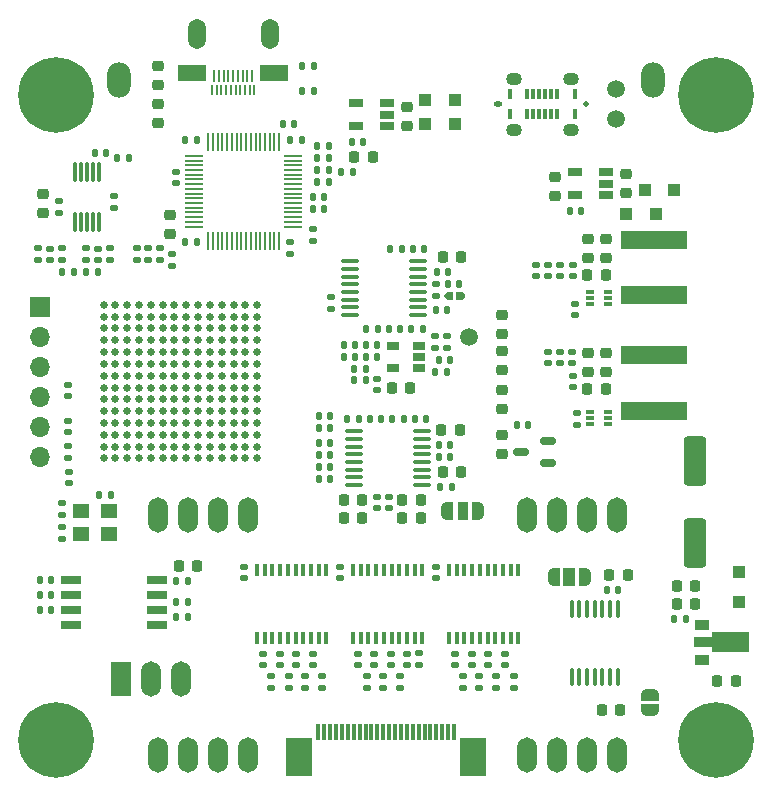
<source format=gbr>
%TF.GenerationSoftware,KiCad,Pcbnew,9.0.6*%
%TF.CreationDate,2025-12-06T17:10:21+01:00*%
%TF.ProjectId,hd_64_v0,68645f36-345f-4763-902e-6b696361645f,0.3*%
%TF.SameCoordinates,PX4737720PY55fe290*%
%TF.FileFunction,Soldermask,Top*%
%TF.FilePolarity,Negative*%
%FSLAX46Y46*%
G04 Gerber Fmt 4.6, Leading zero omitted, Abs format (unit mm)*
G04 Created by KiCad (PCBNEW 9.0.6) date 2025-12-06 17:10:21*
%MOMM*%
%LPD*%
G01*
G04 APERTURE LIST*
G04 Aperture macros list*
%AMRoundRect*
0 Rectangle with rounded corners*
0 $1 Rounding radius*
0 $2 $3 $4 $5 $6 $7 $8 $9 X,Y pos of 4 corners*
0 Add a 4 corners polygon primitive as box body*
4,1,4,$2,$3,$4,$5,$6,$7,$8,$9,$2,$3,0*
0 Add four circle primitives for the rounded corners*
1,1,$1+$1,$2,$3*
1,1,$1+$1,$4,$5*
1,1,$1+$1,$6,$7*
1,1,$1+$1,$8,$9*
0 Add four rect primitives between the rounded corners*
20,1,$1+$1,$2,$3,$4,$5,0*
20,1,$1+$1,$4,$5,$6,$7,0*
20,1,$1+$1,$6,$7,$8,$9,0*
20,1,$1+$1,$8,$9,$2,$3,0*%
%AMOutline5P*
0 Free polygon, 5 corners , with rotation*
0 The origin of the aperture is its center*
0 number of corners: always 5*
0 $1 to $10 corner X, Y*
0 $11 Rotation angle, in degrees counterclockwise*
0 create outline with 5 corners*
4,1,5,$1,$2,$3,$4,$5,$6,$7,$8,$9,$10,$1,$2,$11*%
%AMOutline6P*
0 Free polygon, 6 corners , with rotation*
0 The origin of the aperture is its center*
0 number of corners: always 6*
0 $1 to $12 corner X, Y*
0 $13 Rotation angle, in degrees counterclockwise*
0 create outline with 6 corners*
4,1,6,$1,$2,$3,$4,$5,$6,$7,$8,$9,$10,$11,$12,$1,$2,$13*%
%AMOutline7P*
0 Free polygon, 7 corners , with rotation*
0 The origin of the aperture is its center*
0 number of corners: always 7*
0 $1 to $14 corner X, Y*
0 $15 Rotation angle, in degrees counterclockwise*
0 create outline with 7 corners*
4,1,7,$1,$2,$3,$4,$5,$6,$7,$8,$9,$10,$11,$12,$13,$14,$1,$2,$15*%
%AMOutline8P*
0 Free polygon, 8 corners , with rotation*
0 The origin of the aperture is its center*
0 number of corners: always 8*
0 $1 to $16 corner X, Y*
0 $17 Rotation angle, in degrees counterclockwise*
0 create outline with 8 corners*
4,1,8,$1,$2,$3,$4,$5,$6,$7,$8,$9,$10,$11,$12,$13,$14,$15,$16,$1,$2,$17*%
%AMFreePoly0*
4,1,9,3.862500,-0.866500,0.737500,-0.866500,0.737500,-0.450000,-0.737500,-0.450000,-0.737500,0.450000,0.737500,0.450000,0.737500,0.866500,3.862500,0.866500,3.862500,-0.866500,3.862500,-0.866500,$1*%
%AMFreePoly1*
4,1,23,0.550000,-0.750000,0.000000,-0.750000,0.000000,-0.745722,-0.065263,-0.745722,-0.191342,-0.711940,-0.304381,-0.646677,-0.396677,-0.554381,-0.461940,-0.441342,-0.495722,-0.315263,-0.495722,-0.250000,-0.500000,-0.250000,-0.500000,0.250000,-0.495722,0.250000,-0.495722,0.315263,-0.461940,0.441342,-0.396677,0.554381,-0.304381,0.646677,-0.191342,0.711940,-0.065263,0.745722,0.000000,0.745722,
0.000000,0.750000,0.550000,0.750000,0.550000,-0.750000,0.550000,-0.750000,$1*%
%AMFreePoly2*
4,1,23,0.000000,0.745722,0.065263,0.745722,0.191342,0.711940,0.304381,0.646677,0.396677,0.554381,0.461940,0.441342,0.495722,0.315263,0.495722,0.250000,0.500000,0.250000,0.500000,-0.250000,0.495722,-0.250000,0.495722,-0.315263,0.461940,-0.441342,0.396677,-0.554381,0.304381,-0.646677,0.191342,-0.711940,0.065263,-0.745722,0.000000,-0.745722,0.000000,-0.750000,-0.550000,-0.750000,
-0.550000,0.750000,0.000000,0.750000,0.000000,0.745722,0.000000,0.745722,$1*%
%AMFreePoly3*
4,1,23,0.500000,-0.750000,0.000000,-0.750000,0.000000,-0.745722,-0.065263,-0.745722,-0.191342,-0.711940,-0.304381,-0.646677,-0.396677,-0.554381,-0.461940,-0.441342,-0.495722,-0.315263,-0.495722,-0.250000,-0.500000,-0.250000,-0.500000,0.250000,-0.495722,0.250000,-0.495722,0.315263,-0.461940,0.441342,-0.396677,0.554381,-0.304381,0.646677,-0.191342,0.711940,-0.065263,0.745722,0.000000,0.745722,
0.000000,0.750000,0.500000,0.750000,0.500000,-0.750000,0.500000,-0.750000,$1*%
%AMFreePoly4*
4,1,23,0.000000,0.745722,0.065263,0.745722,0.191342,0.711940,0.304381,0.646677,0.396677,0.554381,0.461940,0.441342,0.495722,0.315263,0.495722,0.250000,0.500000,0.250000,0.500000,-0.250000,0.495722,-0.250000,0.495722,-0.315263,0.461940,-0.441342,0.396677,-0.554381,0.304381,-0.646677,0.191342,-0.711940,0.065263,-0.745722,0.000000,-0.745722,0.000000,-0.750000,-0.500000,-0.750000,
-0.500000,0.750000,0.000000,0.750000,0.000000,0.745722,0.000000,0.745722,$1*%
G04 Aperture macros list end*
%ADD10RoundRect,0.218750X0.256250X-0.218750X0.256250X0.218750X-0.256250X0.218750X-0.256250X-0.218750X0*%
%ADD11RoundRect,0.147500X0.172500X-0.147500X0.172500X0.147500X-0.172500X0.147500X-0.172500X-0.147500X0*%
%ADD12RoundRect,0.147500X-0.172500X0.147500X-0.172500X-0.147500X0.172500X-0.147500X0.172500X0.147500X0*%
%ADD13O,2.000000X3.000000*%
%ADD14C,6.400000*%
%ADD15RoundRect,0.150000X0.512500X0.150000X-0.512500X0.150000X-0.512500X-0.150000X0.512500X-0.150000X0*%
%ADD16RoundRect,0.147500X-0.147500X-0.172500X0.147500X-0.172500X0.147500X0.172500X-0.147500X0.172500X0*%
%ADD17RoundRect,0.218750X0.218750X0.256250X-0.218750X0.256250X-0.218750X-0.256250X0.218750X-0.256250X0*%
%ADD18C,1.500000*%
%ADD19R,0.400000X1.000000*%
%ADD20RoundRect,0.100000X0.637500X0.100000X-0.637500X0.100000X-0.637500X-0.100000X0.637500X-0.100000X0*%
%ADD21RoundRect,0.147500X0.147500X0.172500X-0.147500X0.172500X-0.147500X-0.172500X0.147500X-0.172500X0*%
%ADD22R,1.300000X0.900000*%
%ADD23FreePoly0,0.000000*%
%ADD24RoundRect,0.218750X-0.218750X-0.256250X0.218750X-0.256250X0.218750X0.256250X-0.218750X0.256250X0*%
%ADD25R,2.200000X3.300000*%
%ADD26R,0.300000X1.400000*%
%ADD27RoundRect,0.100000X-0.637500X-0.100000X0.637500X-0.100000X0.637500X0.100000X-0.637500X0.100000X0*%
%ADD28R,1.000000X1.000000*%
%ADD29R,5.700000X1.600000*%
%ADD30RoundRect,0.250000X-0.700000X1.825000X-0.700000X-1.825000X0.700000X-1.825000X0.700000X1.825000X0*%
%ADD31R,1.060000X0.650000*%
%ADD32C,0.508000*%
%ADD33O,0.710000X0.508000*%
%ADD34O,1.346200X1.092200*%
%ADD35R,0.304800X0.863600*%
%ADD36RoundRect,0.218750X-0.256250X0.218750X-0.256250X-0.218750X0.256250X-0.218750X0.256250X0.218750X0*%
%ADD37O,1.700000X3.000000*%
%ADD38R,0.700000X0.340000*%
%ADD39R,1.400000X1.200000*%
%ADD40FreePoly1,0.000000*%
%ADD41R,0.900000X1.500000*%
%ADD42FreePoly2,0.000000*%
%ADD43RoundRect,0.062500X0.687500X0.062500X-0.687500X0.062500X-0.687500X-0.062500X0.687500X-0.062500X0*%
%ADD44RoundRect,0.062500X0.062500X0.687500X-0.062500X0.687500X-0.062500X-0.687500X0.062500X-0.687500X0*%
%ADD45R,1.220000X0.650000*%
%ADD46R,1.700000X0.650000*%
%ADD47C,0.654000*%
%ADD48R,0.230000X0.850000*%
%ADD49R,0.230000X1.000000*%
%ADD50R,2.400000X1.380000*%
%ADD51O,1.500000X2.550000*%
%ADD52RoundRect,0.100000X0.100000X-0.637500X0.100000X0.637500X-0.100000X0.637500X-0.100000X-0.637500X0*%
%ADD53R,1.700000X1.700000*%
%ADD54O,1.700000X1.700000*%
%ADD55RoundRect,0.087500X-0.087500X0.725000X-0.087500X-0.725000X0.087500X-0.725000X0.087500X0.725000X0*%
%ADD56R,1.000000X1.500000*%
%ADD57R,1.700000X3.000000*%
%ADD58Outline6P,-0.381000X0.120000X-0.201000X0.300000X0.381000X0.300000X0.381000X-0.300000X-0.201000X-0.300000X-0.381000X-0.120000X180.000000*%
%ADD59Outline6P,-0.381000X0.300000X0.201000X0.300000X0.381000X0.120000X0.381000X-0.120000X0.201000X-0.300000X-0.381000X-0.300000X180.000000*%
%ADD60FreePoly3,270.000000*%
%ADD61FreePoly4,270.000000*%
G04 APERTURE END LIST*
D10*
X2724000Y48470000D03*
X2724000Y50045002D03*
D11*
X36888500Y37036000D03*
X36888500Y38006000D03*
D12*
X33528000Y11130000D03*
X33528000Y10160000D03*
D11*
X4826000Y27709000D03*
X4826000Y28679000D03*
D12*
X38989000Y11130000D03*
X38989000Y10160000D03*
D13*
X54356000Y59690000D03*
D12*
X30099000Y9225000D03*
X30099000Y8255000D03*
D14*
X59690000Y3810000D03*
D15*
X45460500Y27244000D03*
X45460500Y29144000D03*
X43185500Y28194000D03*
D16*
X2436000Y17399000D03*
X3406000Y17399000D03*
D17*
X29743500Y24130000D03*
X28168500Y24130000D03*
D10*
X52093000Y50139500D03*
X52093000Y51714500D03*
D18*
X51181000Y58928000D03*
D19*
X28952000Y12444000D03*
X29602000Y12444000D03*
X30252000Y12444000D03*
X30902000Y12444000D03*
X31552000Y12444000D03*
X32202000Y12444000D03*
X32852000Y12444000D03*
X33502000Y12444000D03*
X34152000Y12444000D03*
X34802000Y12444000D03*
X34802000Y18244000D03*
X34152000Y18244000D03*
X33502000Y18244000D03*
X32852000Y18244000D03*
X32202000Y18244000D03*
X31552000Y18244000D03*
X30902000Y18244000D03*
X30252000Y18244000D03*
X29602000Y18244000D03*
X28952000Y18244000D03*
D20*
X34739500Y25411000D03*
X34739500Y26061000D03*
X34739500Y26711000D03*
X34739500Y27361000D03*
X34739500Y28011000D03*
X34739500Y28661000D03*
X34739500Y29311000D03*
X34739500Y29961000D03*
X29014500Y29961000D03*
X29014500Y29311000D03*
X29014500Y28661000D03*
X29014500Y28011000D03*
X29014500Y27361000D03*
X29014500Y26711000D03*
X29014500Y26061000D03*
X29014500Y25411000D03*
D12*
X30929500Y24402000D03*
X30929500Y23432000D03*
D21*
X24615000Y54610000D03*
X23645000Y54610000D03*
D22*
X58476500Y13589000D03*
D23*
X58564000Y12089000D03*
D22*
X58476500Y10589000D03*
D12*
X25527000Y11130000D03*
X25527000Y10160000D03*
D21*
X51412000Y16510000D03*
X50442000Y16510000D03*
D12*
X8724000Y49855000D03*
X8724000Y48885000D03*
D21*
X37188000Y27813000D03*
X36218000Y27813000D03*
D24*
X56362500Y16891000D03*
X57937500Y16891000D03*
D12*
X42545000Y9225000D03*
X42545000Y8255000D03*
D24*
X33121500Y22606000D03*
X34696500Y22606000D03*
D16*
X28139000Y36270000D03*
X29109000Y36270000D03*
D25*
X24400000Y2407500D03*
X39100000Y2407500D03*
D26*
X26000000Y4477500D03*
X26500000Y4477500D03*
X27000000Y4477500D03*
X27500000Y4477500D03*
X28000000Y4477500D03*
X28500000Y4477500D03*
X29000000Y4477500D03*
X29500000Y4477500D03*
X30000000Y4477500D03*
X30500000Y4477500D03*
X31000000Y4477500D03*
X31500000Y4477500D03*
X32000000Y4477500D03*
X32500000Y4477500D03*
X33000000Y4477500D03*
X33500000Y4477500D03*
X34000000Y4477500D03*
X34500000Y4477500D03*
X35000000Y4477500D03*
X35500000Y4477500D03*
X36000000Y4477500D03*
X36500000Y4477500D03*
X37000000Y4477500D03*
X37500000Y4477500D03*
D12*
X30734000Y11130000D03*
X30734000Y10160000D03*
D21*
X27028000Y28956000D03*
X26058000Y28956000D03*
D27*
X28692000Y44368000D03*
X28692000Y43718000D03*
X28692000Y43068000D03*
X28692000Y42418000D03*
X28692000Y41768000D03*
X28692000Y41118000D03*
X28692000Y40468000D03*
X28692000Y39818000D03*
X34417000Y39818000D03*
X34417000Y40468000D03*
X34417000Y41118000D03*
X34417000Y41768000D03*
X34417000Y42418000D03*
X34417000Y43068000D03*
X34417000Y43718000D03*
X34417000Y44368000D03*
D12*
X7386000Y45429000D03*
X7386000Y44459000D03*
D28*
X61595000Y18014000D03*
X61595000Y15514000D03*
D29*
X54399000Y41465000D03*
X54399000Y46165000D03*
D21*
X26520000Y48768000D03*
X25550000Y48768000D03*
X34833500Y38664000D03*
X33863500Y38664000D03*
D24*
X28168500Y22606000D03*
X29743500Y22606000D03*
D16*
X29039000Y34270000D03*
X30009000Y34270000D03*
D21*
X29822000Y54483000D03*
X28852000Y54483000D03*
D12*
X29337000Y11130000D03*
X29337000Y10160000D03*
D30*
X57872500Y27478000D03*
X57872500Y20528000D03*
D10*
X41529000Y35153500D03*
X41529000Y36728500D03*
D16*
X23010000Y56007000D03*
X23980000Y56007000D03*
D24*
X36423500Y30099000D03*
X37998500Y30099000D03*
D28*
X53657000Y50419000D03*
X56157000Y50419000D03*
D21*
X36934000Y40259000D03*
X35964000Y40259000D03*
D31*
X34559500Y35301000D03*
X34559500Y36251000D03*
X34559500Y37201000D03*
X32359500Y37201000D03*
X32359500Y35301000D03*
D17*
X38125500Y44760000D03*
X36550500Y44760000D03*
D12*
X23624000Y45955000D03*
X23624000Y44985000D03*
D16*
X26058000Y26924000D03*
X27028000Y26924000D03*
D11*
X19685000Y17526000D03*
X19685000Y18496000D03*
D32*
X48708000Y57658000D03*
D33*
X41208000Y57658000D03*
D34*
X47358000Y55507999D03*
X42558000Y55507999D03*
X47358000Y59808001D03*
X42558000Y59808001D03*
D35*
X47708000Y56793000D03*
X46208000Y56793000D03*
X45708001Y56793000D03*
X45208000Y56793000D03*
X44708000Y56793000D03*
X44207999Y56793000D03*
X43708000Y56793000D03*
X42208000Y56793000D03*
X42208000Y58523000D03*
X43708000Y58523000D03*
X44207999Y58523000D03*
X44708000Y58523000D03*
X45208000Y58523000D03*
X45708001Y58523000D03*
X46208000Y58523000D03*
X47708000Y58523000D03*
D21*
X5311000Y43434000D03*
X4341000Y43434000D03*
D11*
X47541000Y43076000D03*
X47541000Y44046000D03*
D21*
X15725000Y54610000D03*
X14755000Y54610000D03*
D24*
X33121500Y24130000D03*
X34696500Y24130000D03*
X50647500Y17780000D03*
X52222500Y17780000D03*
D21*
X48280000Y48641000D03*
X47310000Y48641000D03*
X33251000Y30988000D03*
X32281000Y30988000D03*
D16*
X28139000Y37270000D03*
X29109000Y37270000D03*
D18*
X38735000Y37973000D03*
D12*
X4318000Y21821000D03*
X4318000Y20851000D03*
X26289000Y9225000D03*
X26289000Y8255000D03*
D24*
X48785500Y43180000D03*
X50360500Y43180000D03*
D21*
X36992500Y43490000D03*
X36022500Y43490000D03*
X26520000Y49784000D03*
X25550000Y49784000D03*
D12*
X4924000Y26555000D03*
X4924000Y25585000D03*
D36*
X50335000Y46253500D03*
X50335000Y44678500D03*
D21*
X27028000Y31242000D03*
X26058000Y31242000D03*
D24*
X56362500Y15367000D03*
X57937500Y15367000D03*
D12*
X2286000Y45443000D03*
X2286000Y44473000D03*
D21*
X8029000Y53520000D03*
X7059000Y53520000D03*
D12*
X21971000Y9225000D03*
X21971000Y8255000D03*
D10*
X41529000Y38201500D03*
X41529000Y39776500D03*
D21*
X26901000Y52070000D03*
X25931000Y52070000D03*
D12*
X24892000Y9225000D03*
X24892000Y8255000D03*
D21*
X57127000Y14097000D03*
X56157000Y14097000D03*
D24*
X29057500Y53213000D03*
X30632500Y53213000D03*
D21*
X35156000Y30988000D03*
X34186000Y30988000D03*
D12*
X13624000Y44955000D03*
X13624000Y43985000D03*
X30988000Y34394000D03*
X30988000Y33424000D03*
D17*
X51587500Y6350000D03*
X50012500Y6350000D03*
D21*
X31346000Y30988000D03*
X30376000Y30988000D03*
D12*
X6350000Y45443000D03*
X6350000Y44473000D03*
D21*
X32928500Y38664000D03*
X31958500Y38664000D03*
D37*
X20066000Y2540000D03*
X17526000Y2540000D03*
X14986000Y2540000D03*
X12446000Y2540000D03*
D38*
X50534000Y40775000D03*
X50534000Y41275000D03*
X50534000Y41775000D03*
X49034000Y41775000D03*
X49034000Y41275000D03*
X49034000Y40775000D03*
D10*
X12446000Y56108500D03*
X12446000Y57683500D03*
D11*
X27813000Y17526000D03*
X27813000Y18496000D03*
D21*
X28933000Y51943000D03*
X27963000Y51943000D03*
D12*
X41783000Y11130000D03*
X41783000Y10160000D03*
D39*
X5912000Y21275000D03*
X8312000Y21275000D03*
X8312000Y23175000D03*
X5912000Y23175000D03*
D12*
X27109500Y41308000D03*
X27109500Y40338000D03*
D16*
X33990500Y45395000D03*
X34960500Y45395000D03*
D21*
X15709000Y45970000D03*
X14739000Y45970000D03*
X26901000Y54102000D03*
X25931000Y54102000D03*
D10*
X33528000Y55854500D03*
X33528000Y57429500D03*
D12*
X32893000Y9225000D03*
X32893000Y8255000D03*
D21*
X37315000Y25273000D03*
X36345000Y25273000D03*
D17*
X33807500Y33655000D03*
X32232500Y33655000D03*
D16*
X2436000Y16129000D03*
X3406000Y16129000D03*
X36980000Y42418000D03*
X37950000Y42418000D03*
D12*
X11624000Y45455000D03*
X11624000Y44485000D03*
D40*
X36927000Y23241000D03*
D41*
X38227000Y23241000D03*
D42*
X39527000Y23241000D03*
D12*
X10624000Y45455000D03*
X10624000Y44485000D03*
D36*
X41529000Y33426500D03*
X41529000Y31851500D03*
D12*
X45466000Y36680000D03*
X45466000Y35710000D03*
X41021000Y9225000D03*
X41021000Y8255000D03*
D43*
X23860000Y47292000D03*
X23860000Y47692000D03*
X23860000Y48092000D03*
X23860000Y48492000D03*
X23860000Y48892000D03*
X23860000Y49292000D03*
X23860000Y49692000D03*
X23860000Y50092000D03*
X23860000Y50492000D03*
X23860000Y50892000D03*
X23860000Y51292000D03*
X23860000Y51692000D03*
X23860000Y52092000D03*
X23860000Y52492000D03*
X23860000Y52892000D03*
X23860000Y53292000D03*
D44*
X22685000Y54467000D03*
X22285000Y54467000D03*
X21885000Y54467000D03*
X21485000Y54467000D03*
X21085000Y54467000D03*
X20685000Y54467000D03*
X20285000Y54467000D03*
X19885000Y54467000D03*
X19485000Y54467000D03*
X19085000Y54467000D03*
X18685000Y54467000D03*
X18285000Y54467000D03*
X17885000Y54467000D03*
X17485000Y54467000D03*
X17085000Y54467000D03*
X16685000Y54467000D03*
D43*
X15510000Y53292000D03*
X15510000Y52892000D03*
X15510000Y52492000D03*
X15510000Y52092000D03*
X15510000Y51692000D03*
X15510000Y51292000D03*
X15510000Y50892000D03*
X15510000Y50492000D03*
X15510000Y50092000D03*
X15510000Y49692000D03*
X15510000Y49292000D03*
X15510000Y48892000D03*
X15510000Y48492000D03*
X15510000Y48092000D03*
X15510000Y47692000D03*
X15510000Y47292000D03*
D44*
X16685000Y46117000D03*
X17085000Y46117000D03*
X17485000Y46117000D03*
X17885000Y46117000D03*
X18285000Y46117000D03*
X18685000Y46117000D03*
X19085000Y46117000D03*
X19485000Y46117000D03*
X19885000Y46117000D03*
X20285000Y46117000D03*
X20685000Y46117000D03*
X21085000Y46117000D03*
X21485000Y46117000D03*
X21885000Y46117000D03*
X22285000Y46117000D03*
X22685000Y46117000D03*
D12*
X3324000Y45429000D03*
X3324000Y44459000D03*
D24*
X36550500Y26543000D03*
X38125500Y26543000D03*
D12*
X47879000Y31473000D03*
X47879000Y30503000D03*
X37592000Y11130000D03*
X37592000Y10160000D03*
D10*
X46017000Y49885500D03*
X46017000Y51460500D03*
D11*
X34544000Y10183000D03*
X34544000Y11153000D03*
D12*
X31945500Y24402000D03*
X31945500Y23432000D03*
D45*
X31790000Y55819000D03*
X31790000Y56769000D03*
X31790000Y57719000D03*
X29170000Y57719000D03*
X29170000Y55819000D03*
D12*
X35872500Y38006000D03*
X35872500Y37036000D03*
X31496000Y9225000D03*
X31496000Y8255000D03*
D14*
X59690000Y58420000D03*
D36*
X50335000Y36601500D03*
X50335000Y35026500D03*
D21*
X29441000Y30988000D03*
X28471000Y30988000D03*
D16*
X24661000Y60870000D03*
X25631000Y60870000D03*
D21*
X27028000Y30226000D03*
X26058000Y30226000D03*
D28*
X35072000Y58039000D03*
X37572000Y58039000D03*
D11*
X13970000Y50973000D03*
X13970000Y51943000D03*
D12*
X38227000Y9225000D03*
X38227000Y8255000D03*
X32131000Y11130000D03*
X32131000Y10160000D03*
D46*
X5024000Y17410000D03*
X5024000Y16140000D03*
X5024000Y14870000D03*
X5024000Y13600000D03*
X12324000Y13600000D03*
X12324000Y14870000D03*
X12324000Y16140000D03*
X12324000Y17410000D03*
D16*
X25931000Y51054000D03*
X26901000Y51054000D03*
D37*
X51308000Y22860000D03*
X48768000Y22860000D03*
X46228000Y22860000D03*
X43688000Y22860000D03*
D12*
X40386000Y11130000D03*
X40386000Y10160000D03*
X22733000Y11130000D03*
X22733000Y10160000D03*
D13*
X9144000Y59690000D03*
D11*
X47541000Y33678000D03*
X47541000Y34648000D03*
D21*
X37188000Y28829000D03*
X36218000Y28829000D03*
D10*
X12446000Y59283500D03*
X12446000Y60858500D03*
D12*
X44450000Y44046000D03*
X44450000Y43076000D03*
D47*
X20824000Y27670000D03*
X19824000Y27670000D03*
X18824000Y27670000D03*
X17824000Y27670000D03*
X16824000Y27670000D03*
X15824000Y27670000D03*
X14824000Y27670000D03*
X13824000Y27670000D03*
X12824000Y27670000D03*
X11824000Y27670000D03*
X10824000Y27670000D03*
X9824000Y27670000D03*
X8824000Y27670000D03*
X7824000Y27670000D03*
X20824000Y28670000D03*
X19824000Y28670000D03*
X18824000Y28670000D03*
X17824000Y28670000D03*
X16824000Y28670000D03*
X15824000Y28670000D03*
X14824000Y28670000D03*
X13824000Y28670000D03*
X12824000Y28670000D03*
X11824000Y28670000D03*
X10824000Y28670000D03*
X9824000Y28670000D03*
X8824000Y28670000D03*
X7824000Y28670000D03*
X20824000Y29670000D03*
X19824000Y29670000D03*
X18824000Y29670000D03*
X17824000Y29670000D03*
X16824000Y29670000D03*
X15824000Y29670000D03*
X14824000Y29670000D03*
X13824000Y29670000D03*
X12824000Y29670000D03*
X11824000Y29670000D03*
X10824000Y29670000D03*
X9824000Y29670000D03*
X8824000Y29670000D03*
X7824000Y29670000D03*
X20824000Y30670000D03*
X19824000Y30670000D03*
X18824000Y30670000D03*
X17824000Y30670000D03*
X16824000Y30670000D03*
X15824000Y30670000D03*
X14824000Y30670000D03*
X13824000Y30670000D03*
X12824000Y30670000D03*
X11824000Y30670000D03*
X10824000Y30670000D03*
X9824000Y30670000D03*
X8824000Y30670000D03*
X7824000Y30670000D03*
X20824000Y31670000D03*
X19824000Y31670000D03*
X18824000Y31670000D03*
X17824000Y31670000D03*
X16824000Y31670000D03*
X15824000Y31670000D03*
X14824000Y31670000D03*
X13824000Y31670000D03*
X12824000Y31670000D03*
X11824000Y31670000D03*
X10824000Y31670000D03*
X9824000Y31670000D03*
X8824000Y31670000D03*
X7824000Y31670000D03*
X20824000Y32670000D03*
X19824000Y32670000D03*
X18824000Y32670000D03*
X17824000Y32670000D03*
X16824000Y32670000D03*
X15824000Y32670000D03*
X14824000Y32670000D03*
X13824000Y32670000D03*
X12824000Y32670000D03*
X11824000Y32670000D03*
X10824000Y32670000D03*
X9824000Y32670000D03*
X8824000Y32670000D03*
X7824000Y32670000D03*
X20824000Y33670000D03*
X19824000Y33670000D03*
X18824000Y33670000D03*
X17824000Y33670000D03*
X16824000Y33670000D03*
X15824000Y33670000D03*
X14824000Y33670000D03*
X13824000Y33670000D03*
X12824000Y33670000D03*
X11824000Y33670000D03*
X10824000Y33670000D03*
X9824000Y33670000D03*
X8824000Y33670000D03*
X7824000Y33670000D03*
X20824000Y34670000D03*
X19824000Y34670000D03*
X18824000Y34670000D03*
X17824000Y34670000D03*
X16824000Y34670000D03*
X15824000Y34670000D03*
X14824000Y34670000D03*
X13824000Y34670000D03*
X12824000Y34670000D03*
X11824000Y34670000D03*
X10824000Y34670000D03*
X9824000Y34670000D03*
X8824000Y34670000D03*
X7824000Y34670000D03*
X20824000Y35670000D03*
X19824000Y35670000D03*
X18824000Y35670000D03*
X17824000Y35670000D03*
X16824000Y35670000D03*
X15824000Y35670000D03*
X14824000Y35670000D03*
X13824000Y35670000D03*
X12824000Y35670000D03*
X11824000Y35670000D03*
X10824000Y35670000D03*
X9824000Y35670000D03*
X8824000Y35670000D03*
X7824000Y35670000D03*
X20824000Y36670000D03*
X19824000Y36670000D03*
X18824000Y36670000D03*
X17824000Y36670000D03*
X16824000Y36670000D03*
X15824000Y36670000D03*
X14824000Y36670000D03*
X13824000Y36670000D03*
X12824000Y36670000D03*
X11824000Y36670000D03*
X10824000Y36670000D03*
X9824000Y36670000D03*
X8824000Y36670000D03*
X7824000Y36670000D03*
X20824000Y37670000D03*
X19824000Y37670000D03*
X18824000Y37670000D03*
X17824000Y37670000D03*
X16824000Y37670000D03*
X15824000Y37670000D03*
X14824000Y37670000D03*
X13824000Y37670000D03*
X12824000Y37670000D03*
X11824000Y37670000D03*
X10824000Y37670000D03*
X9824000Y37670000D03*
X8824000Y37670000D03*
X7824000Y37670000D03*
X20824000Y38670000D03*
X19824000Y38670000D03*
X18824000Y38670000D03*
X17824000Y38670000D03*
X16824000Y38670000D03*
X15824000Y38670000D03*
X14824000Y38670000D03*
X13824000Y38670000D03*
X12824000Y38670000D03*
X11824000Y38670000D03*
X10824000Y38670000D03*
X9824000Y38670000D03*
X8824000Y38670000D03*
X7824000Y38670000D03*
X20824000Y39670000D03*
X19824000Y39670000D03*
X18824000Y39670000D03*
X17824000Y39670000D03*
X16824000Y39670000D03*
X15824000Y39670000D03*
X14824000Y39670000D03*
X13824000Y39670000D03*
X12824000Y39670000D03*
X11824000Y39670000D03*
X10824000Y39670000D03*
X9824000Y39670000D03*
X8824000Y39670000D03*
X7824000Y39670000D03*
X20824000Y40670000D03*
X19824000Y40670000D03*
X18824000Y40670000D03*
X17824000Y40670000D03*
X16824000Y40670000D03*
X15824000Y40670000D03*
X14824000Y40670000D03*
X13824000Y40670000D03*
X12824000Y40670000D03*
X11824000Y40670000D03*
X10824000Y40670000D03*
X9824000Y40670000D03*
X8824000Y40670000D03*
X7824000Y40670000D03*
D21*
X43792000Y30480000D03*
X42822000Y30480000D03*
D11*
X35941000Y17526000D03*
X35941000Y18496000D03*
D48*
X16996000Y58852000D03*
D49*
X17196000Y60077000D03*
D48*
X17396000Y58852000D03*
D49*
X17596000Y60077000D03*
D48*
X17796000Y58852000D03*
D49*
X17996000Y60077000D03*
D48*
X18196000Y58852000D03*
D49*
X18396000Y60077000D03*
D48*
X18596000Y58852000D03*
D49*
X18796000Y60077000D03*
D48*
X18996000Y58852000D03*
D49*
X19196000Y60077000D03*
D48*
X19396000Y58852000D03*
D49*
X19596000Y60077000D03*
D48*
X19796000Y58852000D03*
D49*
X19996000Y60077000D03*
D48*
X20196000Y58852000D03*
D49*
X20396000Y60077000D03*
D48*
X20596000Y58852000D03*
D50*
X22246000Y60267000D03*
D51*
X21896000Y63627000D03*
X15696000Y63627000D03*
D50*
X15346000Y60267000D03*
D16*
X24661000Y58801000D03*
X25631000Y58801000D03*
D37*
X51308000Y2540000D03*
X48768000Y2540000D03*
X46228000Y2540000D03*
X43688000Y2540000D03*
D21*
X31023500Y38664000D03*
X30053500Y38664000D03*
D16*
X7439000Y24570000D03*
X8409000Y24570000D03*
D38*
X50534000Y30615000D03*
X50534000Y31115000D03*
X50534000Y31615000D03*
X49034000Y31615000D03*
X49034000Y31115000D03*
X49034000Y30615000D03*
D11*
X46482000Y35710000D03*
X46482000Y36680000D03*
D36*
X48811000Y46253500D03*
X48811000Y44678500D03*
D11*
X4826000Y32916000D03*
X4826000Y33886000D03*
D21*
X14963000Y17272000D03*
X13993000Y17272000D03*
D24*
X48785500Y33528000D03*
X50360500Y33528000D03*
D12*
X12624000Y45455000D03*
X12624000Y44485000D03*
D16*
X35895500Y34981000D03*
X36865500Y34981000D03*
D14*
X3810000Y3810000D03*
D21*
X37188000Y35997000D03*
X36218000Y35997000D03*
D12*
X4824000Y30855000D03*
X4824000Y29885000D03*
D52*
X47453000Y9202500D03*
X48103000Y9202500D03*
X48753000Y9202500D03*
X49403000Y9202500D03*
X50053000Y9202500D03*
X50703000Y9202500D03*
X51353000Y9202500D03*
X51353000Y14927500D03*
X50703000Y14927500D03*
X50053000Y14927500D03*
X49403000Y14927500D03*
X48753000Y14927500D03*
X48103000Y14927500D03*
X47453000Y14927500D03*
D53*
X2438000Y40488000D03*
D54*
X2438000Y37948000D03*
X2438000Y35408000D03*
X2438000Y32868000D03*
X2438000Y30328000D03*
X2438000Y27788000D03*
D36*
X41529000Y29616500D03*
X41529000Y28041500D03*
D16*
X32085500Y45395000D03*
X33055500Y45395000D03*
D21*
X31009000Y37270000D03*
X30039000Y37270000D03*
D28*
X52070000Y48387000D03*
X54570000Y48387000D03*
D45*
X50355000Y49977000D03*
X50355000Y50927000D03*
X50355000Y51877000D03*
X47735000Y51877000D03*
X47735000Y49977000D03*
D12*
X8382000Y45443000D03*
X8382000Y44473000D03*
X46482000Y44046000D03*
X46482000Y43076000D03*
D55*
X7424000Y51882500D03*
X6923999Y51882500D03*
X6424000Y51882500D03*
X5924001Y51882500D03*
X5424000Y51882500D03*
X5424000Y47657500D03*
X5924001Y47657500D03*
X6424000Y47657500D03*
X6923999Y47657500D03*
X7424000Y47657500D03*
D16*
X26058000Y27940000D03*
X27028000Y27940000D03*
D21*
X14963000Y14224000D03*
X13993000Y14224000D03*
D12*
X4318000Y45443000D03*
X4318000Y44473000D03*
D16*
X8989000Y53110000D03*
X9959000Y53110000D03*
D21*
X26901000Y53086000D03*
X25931000Y53086000D03*
D11*
X45466000Y43076000D03*
X45466000Y44046000D03*
D10*
X13424000Y46682500D03*
X13424000Y48257500D03*
D24*
X59791500Y8787000D03*
X61366500Y8787000D03*
D16*
X26058000Y25908000D03*
X27028000Y25908000D03*
D21*
X14963000Y15494000D03*
X13993000Y15494000D03*
D29*
X54399000Y31686000D03*
X54399000Y36386000D03*
D40*
X45944000Y17653000D03*
D56*
X47244000Y17653000D03*
D42*
X48544000Y17653000D03*
D16*
X2436000Y14870000D03*
X3406000Y14870000D03*
D12*
X25524000Y47055000D03*
X25524000Y46085000D03*
D37*
X20066000Y22860000D03*
X17526000Y22860000D03*
X14986000Y22860000D03*
X12446000Y22860000D03*
D24*
X14198500Y18542000D03*
X15773500Y18542000D03*
D12*
X23495000Y9225000D03*
X23495000Y8255000D03*
D16*
X6350000Y43434000D03*
X7320000Y43434000D03*
D12*
X21336000Y11130000D03*
X21336000Y10160000D03*
X47498000Y36680000D03*
X47498000Y35710000D03*
D11*
X35941000Y41425000D03*
X35941000Y42395000D03*
D12*
X24130000Y11130000D03*
X24130000Y10160000D03*
X4024000Y49455000D03*
X4024000Y48485000D03*
D57*
X9271000Y9017000D03*
D37*
X11811000Y9017000D03*
X14351000Y9017000D03*
D19*
X37080000Y12444000D03*
X37730000Y12444000D03*
X38380000Y12444000D03*
X39030000Y12444000D03*
X39680000Y12444000D03*
X40330000Y12444000D03*
X40980000Y12444000D03*
X41630000Y12444000D03*
X42280000Y12444000D03*
X42930000Y12444000D03*
X42930000Y18244000D03*
X42280000Y18244000D03*
X41630000Y18244000D03*
X40980000Y18244000D03*
X40330000Y18244000D03*
X39680000Y18244000D03*
X39030000Y18244000D03*
X38380000Y18244000D03*
X37730000Y18244000D03*
X37080000Y18244000D03*
D12*
X47752000Y40744000D03*
X47752000Y39774000D03*
D58*
X38100000Y41402000D03*
D59*
X37084000Y41402000D03*
D12*
X39624000Y9225000D03*
X39624000Y8255000D03*
D16*
X29039000Y35270000D03*
X30009000Y35270000D03*
D12*
X4318000Y23853000D03*
X4318000Y22883000D03*
D36*
X48811000Y36601500D03*
X48811000Y35026500D03*
D21*
X31009000Y36270000D03*
X30039000Y36270000D03*
D14*
X3810000Y58420000D03*
D28*
X35072000Y56007000D03*
X37572000Y56007000D03*
D18*
X51181000Y56388000D03*
D60*
X54102000Y7635000D03*
D61*
X54102000Y6335000D03*
D19*
X20824000Y12444000D03*
X21474000Y12444000D03*
X22124000Y12444000D03*
X22774000Y12444000D03*
X23424000Y12444000D03*
X24074000Y12444000D03*
X24724000Y12444000D03*
X25374000Y12444000D03*
X26024000Y12444000D03*
X26674000Y12444000D03*
X26674000Y18244000D03*
X26024000Y18244000D03*
X25374000Y18244000D03*
X24724000Y18244000D03*
X24074000Y18244000D03*
X23424000Y18244000D03*
X22774000Y18244000D03*
X22124000Y18244000D03*
X21474000Y18244000D03*
X20824000Y18244000D03*
M02*

</source>
